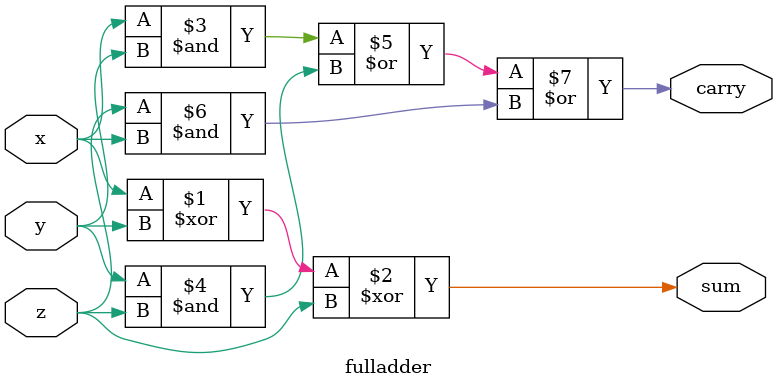
<source format=v>
module fulladder(x,y,z,sum,carry);

input x,y,z;
output sum,carry;

assign sum = (x^y^z);
assign carry = ((x&y) | (y&z) | (z&x));

endmodule
</source>
